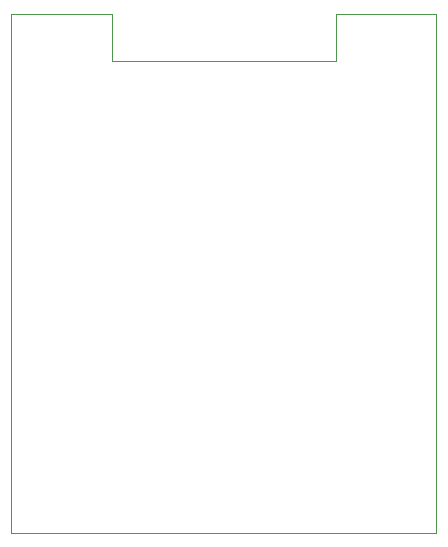
<source format=gm1>
%TF.GenerationSoftware,KiCad,Pcbnew,7.0.1-3b83917a11~172~ubuntu22.04.1*%
%TF.CreationDate,2023-04-18T10:01:55+02:00*%
%TF.ProjectId,part2,70617274-322e-46b6-9963-61645f706362,rev?*%
%TF.SameCoordinates,Original*%
%TF.FileFunction,Profile,NP*%
%FSLAX46Y46*%
G04 Gerber Fmt 4.6, Leading zero omitted, Abs format (unit mm)*
G04 Created by KiCad (PCBNEW 7.0.1-3b83917a11~172~ubuntu22.04.1) date 2023-04-18 10:01:55*
%MOMM*%
%LPD*%
G01*
G04 APERTURE LIST*
%TA.AperFunction,Profile*%
%ADD10C,0.100000*%
%TD*%
G04 APERTURE END LIST*
D10*
X124782000Y-78174000D02*
X133282000Y-78174000D01*
X133282000Y-78174000D02*
X133282000Y-82174000D01*
X160782000Y-122174000D02*
X160782000Y-78174000D01*
X133282000Y-82174000D02*
X152282000Y-82174000D01*
X124782000Y-78174000D02*
X124782000Y-122174000D01*
X152282000Y-78174000D02*
X160782000Y-78174000D01*
X152282000Y-82174000D02*
X152282000Y-78174000D01*
X124782000Y-122174000D02*
X160782000Y-122174000D01*
M02*

</source>
